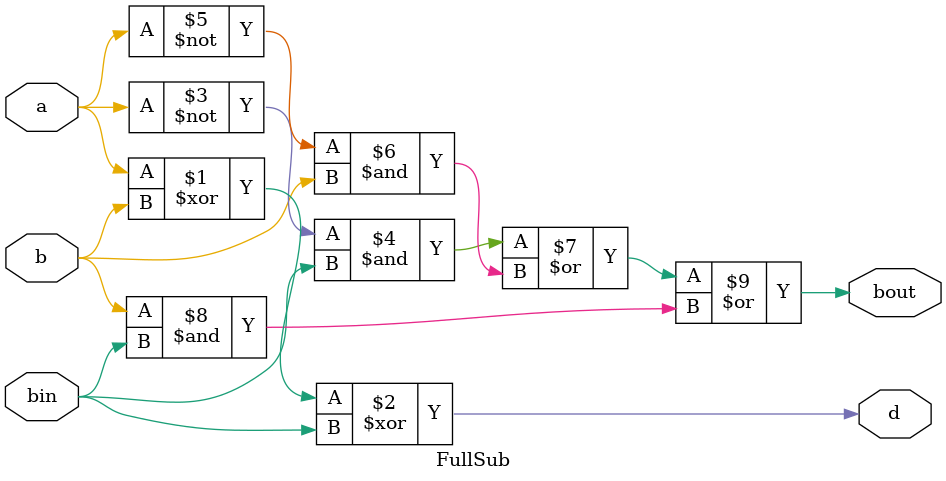
<source format=v>
module FullSub (
    input a,b,bin,
    output d,bout
);
    assign d = a ^ b ^ bin;
    assign bout = (~a & bin) | (~a & b) | (b & bin);
endmodule
</source>
